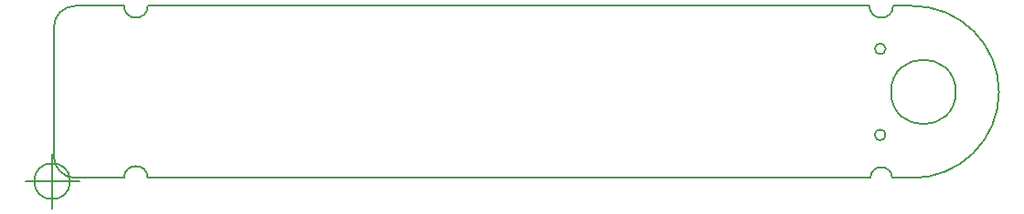
<source format=gm1>
G04 #@! TF.GenerationSoftware,KiCad,Pcbnew,(5.1.5-0-10_14)*
G04 #@! TF.CreationDate,2020-02-03T23:18:02-08:00*
G04 #@! TF.ProjectId,10440,31303434-302e-46b6-9963-61645f706362,rev?*
G04 #@! TF.SameCoordinates,Original*
G04 #@! TF.FileFunction,Profile,NP*
%FSLAX46Y46*%
G04 Gerber Fmt 4.6, Leading zero omitted, Abs format (unit mm)*
G04 Created by KiCad (PCBNEW (5.1.5-0-10_14)) date 2020-02-03 23:18:02*
%MOMM*%
%LPD*%
G04 APERTURE LIST*
%ADD10C,0.150000*%
G04 APERTURE END LIST*
D10*
X59616666Y-108305000D02*
G75*
G03X59616666Y-108305000I-1666666J0D01*
G01*
X55450000Y-108305000D02*
X60450000Y-108305000D01*
X57950000Y-105805000D02*
X57950000Y-110805000D01*
X137624999Y-92004845D02*
X135825000Y-92005000D01*
X135825000Y-92000000D02*
G75*
G02X133625000Y-92000000I-1100000J0D01*
G01*
X133725000Y-108000000D02*
G75*
G02X135725000Y-108000000I1000000J0D01*
G01*
X135125000Y-104000000D02*
G75*
G03X135125000Y-104000000I-500000J0D01*
G01*
X135125000Y-96000000D02*
G75*
G03X135125000Y-96000000I-500000J0D01*
G01*
X64600000Y-108000000D02*
X60100000Y-108000000D01*
X64600000Y-108000000D02*
G75*
G02X66800000Y-108000000I1100000J0D01*
G01*
X64600000Y-92000000D02*
X60100000Y-92000000D01*
X66800000Y-92000000D02*
G75*
G02X64600000Y-92000000I-1100000J0D01*
G01*
X135725000Y-108005000D02*
X137575001Y-108004999D01*
X137624999Y-92004845D02*
G75*
G02X137575001Y-108004999I1J-8000155D01*
G01*
X141625000Y-100005000D02*
G75*
G03X141625000Y-100005000I-3000000J0D01*
G01*
X60100000Y-108000000D02*
G75*
G02X58100000Y-106000000I0J2000000D01*
G01*
X58100000Y-94000000D02*
G75*
G02X60100000Y-92000000I2000000J0D01*
G01*
X58100000Y-94000000D02*
X58100000Y-106000000D01*
X66800000Y-108000000D02*
X133725000Y-108000000D01*
X66800000Y-92000000D02*
X133625000Y-92000000D01*
M02*

</source>
